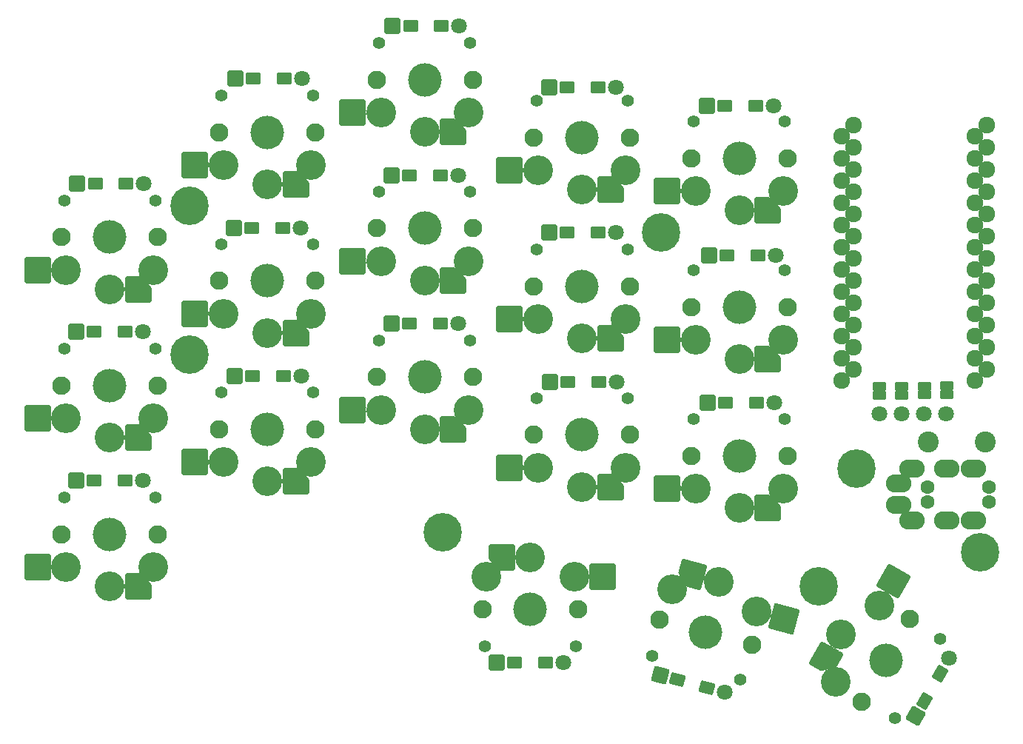
<source format=gbr>
G04 #@! TF.GenerationSoftware,KiCad,Pcbnew,(5.99.0-11177-g6c67dfa032)*
G04 #@! TF.CreationDate,2021-08-29T13:14:21+03:00*
G04 #@! TF.ProjectId,chocofi,63686f63-6f66-4692-9e6b-696361645f70,2.1*
G04 #@! TF.SameCoordinates,Original*
G04 #@! TF.FileFunction,Soldermask,Bot*
G04 #@! TF.FilePolarity,Negative*
%FSLAX46Y46*%
G04 Gerber Fmt 4.6, Leading zero omitted, Abs format (unit mm)*
G04 Created by KiCad (PCBNEW (5.99.0-11177-g6c67dfa032)) date 2021-08-29 13:14:21*
%MOMM*%
%LPD*%
G01*
G04 APERTURE LIST*
G04 Aperture macros list*
%AMRoundRect*
0 Rectangle with rounded corners*
0 $1 Rounding radius*
0 $2 $3 $4 $5 $6 $7 $8 $9 X,Y pos of 4 corners*
0 Add a 4 corners polygon primitive as box body*
4,1,4,$2,$3,$4,$5,$6,$7,$8,$9,$2,$3,0*
0 Add four circle primitives for the rounded corners*
1,1,$1+$1,$2,$3*
1,1,$1+$1,$4,$5*
1,1,$1+$1,$6,$7*
1,1,$1+$1,$8,$9*
0 Add four rect primitives between the rounded corners*
20,1,$1+$1,$2,$3,$4,$5,0*
20,1,$1+$1,$4,$5,$6,$7,0*
20,1,$1+$1,$6,$7,$8,$9,0*
20,1,$1+$1,$8,$9,$2,$3,0*%
%AMFreePoly0*
4,1,22,0.216777,1.480194,0.271421,1.441421,1.441421,0.271421,1.488777,0.196056,1.500000,0.130000,1.500000,-1.300000,1.480194,-1.386777,1.424698,-1.456366,1.344504,-1.494986,1.300000,-1.500000,-1.300000,-1.500000,-1.386777,-1.480194,-1.456366,-1.424698,-1.494986,-1.344504,-1.500000,-1.300000,-1.500000,1.300000,-1.480194,1.386777,-1.424698,1.456366,-1.344504,1.494986,-1.300000,1.500000,
0.130000,1.500000,0.216777,1.480194,0.216777,1.480194,$1*%
G04 Aperture macros list end*
%ADD10RoundRect,0.200000X-0.698500X-0.698500X0.698500X-0.698500X0.698500X0.698500X-0.698500X0.698500X0*%
%ADD11RoundRect,0.200000X-0.650000X-0.475000X0.650000X-0.475000X0.650000X0.475000X-0.650000X0.475000X0*%
%ADD12C,1.797000*%
%ADD13RoundRect,0.200000X-0.750791X-0.290582X0.504913X-0.627047X0.750791X0.290582X-0.504913X0.627047X0*%
%ADD14RoundRect,0.200000X-0.855484X-0.493914X0.493914X-0.855484X0.855484X0.493914X-0.493914X0.855484X0*%
%ADD15RoundRect,0.200000X0.255669X-0.954169X0.954169X0.255669X-0.255669X0.954169X-0.954169X-0.255669X0*%
%ADD16RoundRect,0.200000X0.086362X-0.800417X0.736362X0.325417X-0.086362X0.800417X-0.736362X-0.325417X0*%
%ADD17C,1.600000*%
%ADD18O,2.900000X2.100000*%
%ADD19C,2.101800*%
%ADD20C,3.829000*%
%ADD21C,3.400000*%
%ADD22C,1.390600*%
%ADD23FreePoly0,0.000000*%
%ADD24RoundRect,0.200000X-1.300000X-1.300000X1.300000X-1.300000X1.300000X1.300000X-1.300000X1.300000X0*%
%ADD25FreePoly0,180.000000*%
%ADD26RoundRect,0.200000X1.300000X1.300000X-1.300000X1.300000X-1.300000X-1.300000X1.300000X-1.300000X0*%
%ADD27FreePoly0,165.000000*%
%ADD28RoundRect,0.200000X1.592168X0.919239X-0.919239X1.592168X-1.592168X-0.919239X0.919239X-1.592168X0*%
%ADD29FreePoly0,240.000000*%
%ADD30RoundRect,0.200000X-0.475833X1.775833X-1.775833X-0.475833X0.475833X-1.775833X1.775833X0.475833X0*%
%ADD31C,1.924000*%
%ADD32C,2.400000*%
%ADD33C,4.400000*%
%ADD34RoundRect,0.200000X-0.571500X0.317500X-0.571500X-0.317500X0.571500X-0.317500X0.571500X0.317500X0*%
G04 APERTURE END LIST*
D10*
X82194400Y-64312800D03*
D11*
X84229400Y-64312800D03*
X87779400Y-64312800D03*
D12*
X89814400Y-64312800D03*
D10*
X100279200Y-52273200D03*
D11*
X102314200Y-52273200D03*
D12*
X107899200Y-52273200D03*
D11*
X105864200Y-52273200D03*
D10*
X118262400Y-46228000D03*
D11*
X120297400Y-46228000D03*
D12*
X125882400Y-46228000D03*
D11*
X123847400Y-46228000D03*
X138229800Y-53289200D03*
D10*
X136194800Y-53289200D03*
D11*
X141779800Y-53289200D03*
D12*
X143814800Y-53289200D03*
D10*
X154178000Y-55422800D03*
D11*
X156213000Y-55422800D03*
X159763000Y-55422800D03*
D12*
X161798000Y-55422800D03*
D10*
X82092800Y-81229200D03*
D11*
X84127800Y-81229200D03*
D12*
X89712800Y-81229200D03*
D11*
X87677800Y-81229200D03*
D10*
X100076000Y-69342000D03*
D11*
X102111000Y-69342000D03*
D12*
X107696000Y-69342000D03*
D11*
X105661000Y-69342000D03*
X120195800Y-63347600D03*
D10*
X118160800Y-63347600D03*
D11*
X123745800Y-63347600D03*
D12*
X125780800Y-63347600D03*
D11*
X138179000Y-69900800D03*
D10*
X136144000Y-69900800D03*
D12*
X143764000Y-69900800D03*
D11*
X141729000Y-69900800D03*
X156517800Y-72491600D03*
D10*
X154482800Y-72491600D03*
D11*
X160067800Y-72491600D03*
D12*
X162102800Y-72491600D03*
D10*
X82092800Y-98247200D03*
D11*
X84127800Y-98247200D03*
D12*
X89712800Y-98247200D03*
D11*
X87677800Y-98247200D03*
D10*
X100177600Y-86309200D03*
D11*
X102212600Y-86309200D03*
D12*
X107797600Y-86309200D03*
D11*
X105762600Y-86309200D03*
D10*
X118160800Y-80314800D03*
D11*
X120195800Y-80314800D03*
X123745800Y-80314800D03*
D12*
X125780800Y-80314800D03*
D10*
X136245600Y-86969600D03*
D11*
X138280600Y-86969600D03*
D12*
X143865600Y-86969600D03*
D11*
X141830600Y-86969600D03*
X156314600Y-89357200D03*
D10*
X154279600Y-89357200D03*
D11*
X159864600Y-89357200D03*
D12*
X161899600Y-89357200D03*
D11*
X132184600Y-119075200D03*
D10*
X130149600Y-119075200D03*
D11*
X135734600Y-119075200D03*
D12*
X137769600Y-119075200D03*
D13*
X150799764Y-121001192D03*
D14*
X148834105Y-120474495D03*
D12*
X156194459Y-122446697D03*
D13*
X154228800Y-121920000D03*
D15*
X178053166Y-125194992D03*
D16*
X179070666Y-123432630D03*
X180845666Y-120358240D03*
D12*
X181863166Y-118595878D03*
D17*
X186460000Y-98961000D03*
X179460000Y-98961000D03*
X186460000Y-100711000D03*
X179460000Y-100711000D03*
D18*
X176160000Y-101061000D03*
X176160000Y-98611000D03*
X184660000Y-102811000D03*
X184660000Y-96861000D03*
X181660000Y-96861000D03*
X181660000Y-102811000D03*
X177660000Y-96861000D03*
X177660000Y-102811000D03*
D19*
X91410000Y-70400000D03*
D20*
X85910000Y-70400000D03*
D21*
X80910000Y-74150000D03*
D22*
X91130000Y-66200000D03*
D21*
X85910000Y-76350000D03*
D22*
X80690000Y-66200000D03*
D19*
X80410000Y-70400000D03*
D21*
X90910000Y-74150000D03*
D23*
X89185000Y-76350000D03*
D24*
X77635000Y-74150000D03*
D22*
X98690000Y-54200000D03*
D19*
X109410000Y-58400000D03*
D21*
X103910000Y-64350000D03*
D22*
X109130000Y-54200000D03*
D21*
X98910000Y-62150000D03*
D20*
X103910000Y-58400000D03*
D21*
X108910000Y-62150000D03*
D19*
X98410000Y-58400000D03*
D23*
X107185000Y-64350000D03*
D24*
X95635000Y-62150000D03*
D20*
X121910000Y-52400000D03*
D19*
X116410000Y-52400000D03*
D22*
X127130000Y-48200000D03*
D21*
X121910000Y-58350000D03*
X116910000Y-56150000D03*
D22*
X116690000Y-48200000D03*
D19*
X127410000Y-52400000D03*
D21*
X126910000Y-56150000D03*
D23*
X125185000Y-58350000D03*
D24*
X113635000Y-56150000D03*
D19*
X145410000Y-59020000D03*
D21*
X134910000Y-62770000D03*
X139910000Y-64970000D03*
D22*
X134690000Y-54820000D03*
D20*
X139910000Y-59020000D03*
D22*
X145130000Y-54820000D03*
D19*
X134410000Y-59020000D03*
D21*
X144910000Y-62770000D03*
D23*
X143185000Y-64970000D03*
D24*
X131635000Y-62770000D03*
D21*
X152910000Y-65150000D03*
X157910000Y-67350000D03*
D22*
X152690000Y-57200000D03*
D20*
X157910000Y-61400000D03*
D19*
X152410000Y-61400000D03*
X163410000Y-61400000D03*
D21*
X162910000Y-65150000D03*
D22*
X163130000Y-57200000D03*
D23*
X161185000Y-67350000D03*
D24*
X149635000Y-65150000D03*
D21*
X90910000Y-91150000D03*
D19*
X91410000Y-87400000D03*
X80410000Y-87400000D03*
D21*
X80910000Y-91150000D03*
D22*
X80690000Y-83200000D03*
D21*
X85910000Y-93350000D03*
D22*
X91130000Y-83200000D03*
D20*
X85910000Y-87400000D03*
D23*
X89185000Y-93350000D03*
D24*
X77635000Y-91150000D03*
D19*
X98410000Y-75400000D03*
D22*
X109130000Y-71200000D03*
D20*
X103910000Y-75400000D03*
D19*
X109410000Y-75400000D03*
D21*
X108910000Y-79150000D03*
X98910000Y-79150000D03*
X103910000Y-81350000D03*
D22*
X98690000Y-71200000D03*
D23*
X107185000Y-81350000D03*
D24*
X95635000Y-79150000D03*
D21*
X121910000Y-75350000D03*
D19*
X116410000Y-69400000D03*
D22*
X127130000Y-65200000D03*
D19*
X127410000Y-69400000D03*
D22*
X116690000Y-65200000D03*
D20*
X121910000Y-69400000D03*
D21*
X116910000Y-73150000D03*
X126910000Y-73150000D03*
D23*
X125185000Y-75350000D03*
D24*
X113635000Y-73150000D03*
D21*
X134910000Y-79770000D03*
D22*
X134690000Y-71820000D03*
D21*
X144910000Y-79770000D03*
X139910000Y-81970000D03*
D19*
X134410000Y-76020000D03*
D20*
X139910000Y-76020000D03*
D19*
X145410000Y-76020000D03*
D22*
X145130000Y-71820000D03*
D23*
X143185000Y-81970000D03*
D24*
X131635000Y-79770000D03*
D19*
X163410000Y-78400000D03*
D21*
X162910000Y-82150000D03*
D19*
X152410000Y-78400000D03*
D22*
X152690000Y-74200000D03*
X163130000Y-74200000D03*
D21*
X157910000Y-84350000D03*
D20*
X157910000Y-78400000D03*
D21*
X152910000Y-82150000D03*
D23*
X161185000Y-84350000D03*
D24*
X149635000Y-82150000D03*
D22*
X91130000Y-100200000D03*
X80690000Y-100200000D03*
D21*
X90910000Y-108150000D03*
D19*
X91410000Y-104400000D03*
X80410000Y-104400000D03*
D20*
X85910000Y-104400000D03*
D21*
X80910000Y-108150000D03*
X85910000Y-110350000D03*
D23*
X89185000Y-110350000D03*
D24*
X77635000Y-108150000D03*
D21*
X103910000Y-98350000D03*
X98910000Y-96150000D03*
D22*
X98690000Y-88200000D03*
D19*
X109410000Y-92400000D03*
D21*
X108910000Y-96150000D03*
D19*
X98410000Y-92400000D03*
D22*
X109130000Y-88200000D03*
D20*
X103910000Y-92400000D03*
D23*
X107185000Y-98350000D03*
D24*
X95635000Y-96150000D03*
D20*
X121910000Y-86400000D03*
D21*
X116910000Y-90150000D03*
D22*
X116690000Y-82200000D03*
D21*
X126910000Y-90150000D03*
D19*
X127410000Y-86400000D03*
D22*
X127130000Y-82200000D03*
D19*
X116410000Y-86400000D03*
D21*
X121910000Y-92350000D03*
D23*
X125185000Y-92350000D03*
D24*
X113635000Y-90150000D03*
D22*
X145130000Y-88825000D03*
X134690000Y-88825000D03*
D19*
X134410000Y-93025000D03*
D21*
X139910000Y-98975000D03*
D19*
X145410000Y-93025000D03*
D21*
X134910000Y-96775000D03*
D20*
X139910000Y-93025000D03*
D21*
X144910000Y-96775000D03*
D23*
X143185000Y-98975000D03*
D24*
X131635000Y-96775000D03*
D21*
X157910000Y-101350000D03*
D20*
X157910000Y-95400000D03*
D19*
X163410000Y-95400000D03*
D21*
X152910000Y-99150000D03*
D22*
X152690000Y-91200000D03*
D21*
X162910000Y-99150000D03*
D19*
X152410000Y-95400000D03*
D22*
X163130000Y-91200000D03*
D23*
X161185000Y-101350000D03*
D24*
X149635000Y-99150000D03*
D22*
X139230000Y-117190000D03*
D21*
X134010000Y-107040000D03*
D19*
X128510000Y-112990000D03*
D21*
X139010000Y-109240000D03*
D20*
X134010000Y-112990000D03*
D19*
X139510000Y-112990000D03*
D21*
X129010000Y-109240000D03*
D22*
X128790000Y-117190000D03*
D25*
X130735000Y-107040000D03*
D26*
X142285000Y-109240000D03*
D22*
X158015093Y-120987924D03*
D21*
X155599973Y-109832741D03*
X150200942Y-110663683D03*
D20*
X154060000Y-115580000D03*
D21*
X159860201Y-113251873D03*
D19*
X148747408Y-114156495D03*
D22*
X147930827Y-118285853D03*
D19*
X159372592Y-117003505D03*
D27*
X152436566Y-108985109D03*
D28*
X163023608Y-114099506D03*
D21*
X173912405Y-112584873D03*
X169507149Y-115815000D03*
D22*
X180907307Y-116369347D03*
D19*
X171910000Y-123553140D03*
X177410000Y-114026860D03*
D21*
X168912405Y-121245127D03*
D20*
X174660000Y-118790000D03*
D22*
X175687307Y-125410653D03*
D29*
X167869649Y-118651233D03*
D30*
X175549905Y-109748640D03*
D31*
X169620000Y-58870400D03*
X186166400Y-57600400D03*
X186166400Y-60140400D03*
X169620000Y-61410400D03*
X186166400Y-62680400D03*
X169620000Y-63950400D03*
X186166400Y-65220400D03*
X169620000Y-66490400D03*
X169620000Y-69030400D03*
X186166400Y-67760400D03*
X169620000Y-71570400D03*
X186166400Y-70300400D03*
X169620000Y-74110400D03*
X186166400Y-72840400D03*
X169620000Y-76650400D03*
X186166400Y-75380400D03*
X186166400Y-77920400D03*
X169620000Y-79190400D03*
X186166400Y-80460400D03*
X169620000Y-81730400D03*
X186166400Y-83000400D03*
X169620000Y-84270400D03*
X186166400Y-85540400D03*
X169620000Y-86810400D03*
X170946400Y-85540400D03*
X184860000Y-86810400D03*
X170946400Y-83000400D03*
X184860000Y-84270400D03*
X184860000Y-81730400D03*
X170946400Y-80460400D03*
X184860000Y-79190400D03*
X170946400Y-77920400D03*
X184860000Y-76650400D03*
X170946400Y-75380400D03*
X184860000Y-74110400D03*
X170946400Y-72840400D03*
X184860000Y-71570400D03*
X170946400Y-70300400D03*
X170946400Y-67760400D03*
X184860000Y-69030400D03*
X184860000Y-66490400D03*
X170946400Y-65220400D03*
X184860000Y-63950400D03*
X170946400Y-62680400D03*
X170946400Y-60140400D03*
X184860000Y-61410400D03*
X184860000Y-58870400D03*
X170946400Y-57600400D03*
D12*
X173930000Y-90608400D03*
X176470000Y-90608400D03*
X179010000Y-90608400D03*
X181550000Y-90608400D03*
D32*
X186003000Y-93853000D03*
X179503000Y-93853000D03*
D33*
X171323000Y-96901000D03*
X185420000Y-106426000D03*
X95000000Y-66802000D03*
X148971000Y-69850000D03*
X123952000Y-104140000D03*
X167005000Y-110363000D03*
X95000000Y-83820000D03*
D34*
X176480000Y-87478020D03*
X176480000Y-88478780D03*
X173930000Y-87507620D03*
X173930000Y-88508380D03*
X181640000Y-87428020D03*
X181640000Y-88428780D03*
X179060000Y-87448020D03*
X179060000Y-88448780D03*
G36*
X165999078Y-119301000D02*
G01*
X167304258Y-120054546D01*
X167866445Y-119903908D01*
X167868377Y-119904426D01*
X167868895Y-119906358D01*
X167868295Y-119907332D01*
X167711865Y-120046951D01*
X167709907Y-120047358D01*
X167708575Y-120045866D01*
X167708732Y-120044590D01*
X167724842Y-120011193D01*
X167712771Y-119976629D01*
X167679560Y-119960609D01*
X167664511Y-119962158D01*
X167304492Y-120058625D01*
X167302974Y-120058425D01*
X165997083Y-119304468D01*
X165996834Y-119304298D01*
X165996829Y-119304294D01*
X165996101Y-119302431D01*
X165997350Y-119300869D01*
X165999078Y-119301000D01*
G37*
G36*
X167220013Y-116778934D02*
G01*
X167219882Y-116780662D01*
X165924804Y-119023803D01*
X165923072Y-119024803D01*
X165921340Y-119023803D01*
X165921215Y-119022060D01*
X165921217Y-119022055D01*
X165921342Y-119021798D01*
X167216414Y-116778667D01*
X167216584Y-116778418D01*
X167216588Y-116778413D01*
X167218451Y-116777685D01*
X167220013Y-116778934D01*
G37*
G36*
X167498827Y-116702801D02*
G01*
X167499084Y-116702926D01*
X168378164Y-117210463D01*
X168414888Y-117215298D01*
X168443933Y-117193010D01*
X168448720Y-117156651D01*
X168430657Y-117130245D01*
X168430505Y-117128251D01*
X168432155Y-117127122D01*
X168433491Y-117127503D01*
X168607351Y-117254983D01*
X168830077Y-117372164D01*
X168895712Y-117395084D01*
X168897018Y-117396599D01*
X168896359Y-117398487D01*
X168895166Y-117398969D01*
X168858147Y-117401072D01*
X168833769Y-117428386D01*
X168835851Y-117465045D01*
X168855192Y-117485875D01*
X169742215Y-117997998D01*
X169742464Y-117998168D01*
X169742469Y-117998172D01*
X169743197Y-118000035D01*
X169741948Y-118001597D01*
X169740220Y-118001466D01*
X167497079Y-116706388D01*
X167496079Y-116704656D01*
X167497079Y-116702924D01*
X167498822Y-116702799D01*
X167498827Y-116702801D01*
G37*
G36*
X163886847Y-115881653D02*
G01*
X163888261Y-115883067D01*
X163887743Y-115884999D01*
X163886329Y-115885585D01*
X163886325Y-115885585D01*
X163885807Y-115885517D01*
X161383918Y-115215138D01*
X161383542Y-115214995D01*
X161383540Y-115214994D01*
X161382438Y-115213325D01*
X161383332Y-115211536D01*
X161384952Y-115211273D01*
X163886847Y-115881653D01*
G37*
G36*
X161658024Y-113404242D02*
G01*
X161658542Y-113406174D01*
X161353373Y-114545081D01*
X161351959Y-114546495D01*
X161350027Y-114545977D01*
X161349509Y-114544045D01*
X161504064Y-113967235D01*
X161499229Y-113930511D01*
X161470184Y-113908224D01*
X161433793Y-113913015D01*
X161414000Y-113934902D01*
X161412097Y-113935516D01*
X161410614Y-113934175D01*
X161410693Y-113932740D01*
X161455794Y-113832620D01*
X161524108Y-113590397D01*
X161543919Y-113434667D01*
X161545130Y-113433075D01*
X161547114Y-113433327D01*
X161547833Y-113434393D01*
X161557586Y-113470169D01*
X161589370Y-113488334D01*
X161624768Y-113478684D01*
X161641856Y-113452990D01*
X161654678Y-113405138D01*
X161656092Y-113403724D01*
X161658024Y-113404242D01*
G37*
G36*
X162161409Y-112313495D02*
G01*
X164663298Y-112983874D01*
X164663674Y-112984017D01*
X164663676Y-112984018D01*
X164664778Y-112985687D01*
X164663884Y-112987476D01*
X164662264Y-112987739D01*
X162160369Y-112317359D01*
X162158955Y-112315945D01*
X162159473Y-112314013D01*
X162160887Y-112313427D01*
X162160891Y-112313427D01*
X162161409Y-112313495D01*
G37*
G36*
X175050687Y-111190158D02*
G01*
X175051687Y-111191890D01*
X175050687Y-111193622D01*
X175049426Y-111193873D01*
X175012308Y-111188986D01*
X174983263Y-111211273D01*
X174978467Y-111247702D01*
X174991888Y-111270150D01*
X174991918Y-111272149D01*
X174990202Y-111273176D01*
X174988801Y-111272633D01*
X174980987Y-111265283D01*
X174774206Y-111121833D01*
X174548484Y-111010519D01*
X174516711Y-111000349D01*
X174515367Y-110998868D01*
X174515976Y-110996964D01*
X174517155Y-110996451D01*
X174554106Y-110993381D01*
X174577761Y-110965439D01*
X174574719Y-110928832D01*
X174555954Y-110909143D01*
X174528360Y-110893211D01*
X174527360Y-110891479D01*
X174528360Y-110889747D01*
X174530360Y-110889747D01*
X175050687Y-111190158D01*
G37*
G36*
X87686442Y-110064422D02*
G01*
X87687000Y-110065808D01*
X87687000Y-110619236D01*
X87686000Y-110620968D01*
X87684000Y-110620968D01*
X87683152Y-110620001D01*
X87668825Y-110585412D01*
X87635001Y-110571402D01*
X87601110Y-110585440D01*
X87587385Y-110613426D01*
X87585724Y-110614540D01*
X87583929Y-110613660D01*
X87583605Y-110612293D01*
X87605674Y-110438816D01*
X87607998Y-110350056D01*
X87589343Y-110099019D01*
X87584491Y-110077577D01*
X87585084Y-110075667D01*
X87587035Y-110075226D01*
X87588075Y-110075982D01*
X87609476Y-110106263D01*
X87645559Y-110112463D01*
X87675561Y-110091259D01*
X87683079Y-110065253D01*
X87684520Y-110063866D01*
X87686442Y-110064422D01*
G37*
G36*
X154222059Y-108120973D02*
G01*
X154222645Y-108122387D01*
X154222645Y-108122393D01*
X154222577Y-108122911D01*
X153956475Y-109116018D01*
X153961310Y-109152742D01*
X153990355Y-109175029D01*
X154026730Y-109170240D01*
X154047058Y-109147161D01*
X154048953Y-109146522D01*
X154050454Y-109147844D01*
X154050403Y-109149256D01*
X153989724Y-109293959D01*
X153927775Y-109537884D01*
X153916764Y-109647239D01*
X153915595Y-109648863D01*
X153913606Y-109648662D01*
X153912859Y-109647615D01*
X153902173Y-109612107D01*
X153869921Y-109594779D01*
X153834776Y-109605356D01*
X153818515Y-109630517D01*
X153816735Y-109631428D01*
X153815055Y-109630343D01*
X153814903Y-109628913D01*
X154218713Y-108121869D01*
X154220127Y-108120455D01*
X154222059Y-108120973D01*
G37*
G36*
X140786442Y-108954422D02*
G01*
X140787000Y-108955808D01*
X140787000Y-109509236D01*
X140786000Y-109510968D01*
X140784000Y-109510968D01*
X140783152Y-109510001D01*
X140768825Y-109475412D01*
X140735001Y-109461402D01*
X140701110Y-109475440D01*
X140687385Y-109503426D01*
X140685724Y-109504540D01*
X140683929Y-109503660D01*
X140683605Y-109502293D01*
X140705674Y-109328816D01*
X140707998Y-109240056D01*
X140689343Y-108989019D01*
X140684491Y-108967577D01*
X140685084Y-108965667D01*
X140687035Y-108965226D01*
X140688075Y-108965982D01*
X140709476Y-108996263D01*
X140745559Y-109002463D01*
X140775561Y-108981259D01*
X140783079Y-108955253D01*
X140784520Y-108953866D01*
X140786442Y-108954422D01*
G37*
G36*
X150941655Y-108772501D02*
G01*
X150942173Y-108774433D01*
X150934736Y-108802188D01*
X151228497Y-109310996D01*
X151228497Y-109312996D01*
X151226765Y-109313996D01*
X151225625Y-109313639D01*
X151062743Y-109200643D01*
X151052146Y-109195418D01*
X151051035Y-109193755D01*
X151051920Y-109191961D01*
X151053162Y-109191628D01*
X151090160Y-109194053D01*
X151117685Y-109169913D01*
X151120101Y-109133055D01*
X151116300Y-109124668D01*
X150930857Y-108803471D01*
X150930657Y-108801953D01*
X150938309Y-108773397D01*
X150939723Y-108771983D01*
X150941655Y-108772501D01*
G37*
G36*
X79136848Y-107861122D02*
G01*
X79151175Y-107895711D01*
X79184999Y-107909721D01*
X79218877Y-107895689D01*
X79232765Y-107866406D01*
X79234411Y-107865270D01*
X79236218Y-107866127D01*
X79236562Y-107867463D01*
X79212588Y-108105550D01*
X79224663Y-108356933D01*
X79235800Y-108412926D01*
X79235157Y-108414820D01*
X79233195Y-108415210D01*
X79232175Y-108414427D01*
X79211575Y-108383594D01*
X79175667Y-108376452D01*
X79145132Y-108396854D01*
X79136914Y-108423948D01*
X79135454Y-108425315D01*
X79133540Y-108424734D01*
X79133000Y-108423367D01*
X79133000Y-107861887D01*
X79134000Y-107860155D01*
X79136000Y-107860155D01*
X79136848Y-107861122D01*
G37*
G36*
X132236848Y-106751122D02*
G01*
X132251175Y-106785711D01*
X132284999Y-106799721D01*
X132318877Y-106785689D01*
X132332765Y-106756406D01*
X132334411Y-106755270D01*
X132336218Y-106756127D01*
X132336562Y-106757463D01*
X132312588Y-106995550D01*
X132324663Y-107246933D01*
X132335800Y-107302926D01*
X132335157Y-107304820D01*
X132333195Y-107305210D01*
X132332175Y-107304427D01*
X132311575Y-107273594D01*
X132275667Y-107266452D01*
X132245132Y-107286854D01*
X132236914Y-107313948D01*
X132235454Y-107315315D01*
X132233540Y-107314734D01*
X132233000Y-107313367D01*
X132233000Y-106751887D01*
X132234000Y-106750155D01*
X132236000Y-106750155D01*
X132236848Y-106751122D01*
G37*
G36*
X159686442Y-101064422D02*
G01*
X159687000Y-101065808D01*
X159687000Y-101619236D01*
X159686000Y-101620968D01*
X159684000Y-101620968D01*
X159683152Y-101620001D01*
X159668825Y-101585412D01*
X159635001Y-101571402D01*
X159601110Y-101585440D01*
X159587385Y-101613426D01*
X159585724Y-101614540D01*
X159583929Y-101613660D01*
X159583605Y-101612293D01*
X159605674Y-101438816D01*
X159607998Y-101350056D01*
X159589343Y-101099019D01*
X159584491Y-101077577D01*
X159585084Y-101075667D01*
X159587035Y-101075226D01*
X159588075Y-101075982D01*
X159609476Y-101106263D01*
X159645559Y-101112463D01*
X159675561Y-101091259D01*
X159683079Y-101065253D01*
X159684520Y-101063866D01*
X159686442Y-101064422D01*
G37*
G36*
X151136848Y-98861122D02*
G01*
X151151175Y-98895711D01*
X151184999Y-98909721D01*
X151218877Y-98895689D01*
X151232765Y-98866406D01*
X151234411Y-98865270D01*
X151236218Y-98866127D01*
X151236562Y-98867463D01*
X151212588Y-99105550D01*
X151224663Y-99356933D01*
X151235800Y-99412926D01*
X151235157Y-99414820D01*
X151233195Y-99415210D01*
X151232175Y-99414427D01*
X151211575Y-99383594D01*
X151175667Y-99376452D01*
X151145132Y-99396854D01*
X151136914Y-99423948D01*
X151135454Y-99425315D01*
X151133540Y-99424734D01*
X151133000Y-99423367D01*
X151133000Y-98861887D01*
X151134000Y-98860155D01*
X151136000Y-98860155D01*
X151136848Y-98861122D01*
G37*
G36*
X141686442Y-98689422D02*
G01*
X141687000Y-98690808D01*
X141687000Y-99244236D01*
X141686000Y-99245968D01*
X141684000Y-99245968D01*
X141683152Y-99245001D01*
X141668825Y-99210412D01*
X141635001Y-99196402D01*
X141601110Y-99210440D01*
X141587385Y-99238426D01*
X141585724Y-99239540D01*
X141583929Y-99238660D01*
X141583605Y-99237293D01*
X141605674Y-99063816D01*
X141607998Y-98975056D01*
X141589343Y-98724019D01*
X141584491Y-98702577D01*
X141585084Y-98700667D01*
X141587035Y-98700226D01*
X141588075Y-98700982D01*
X141609476Y-98731263D01*
X141645559Y-98737463D01*
X141675561Y-98716259D01*
X141683079Y-98690253D01*
X141684520Y-98688866D01*
X141686442Y-98689422D01*
G37*
G36*
X105686442Y-98064422D02*
G01*
X105687000Y-98065808D01*
X105687000Y-98619236D01*
X105686000Y-98620968D01*
X105684000Y-98620968D01*
X105683152Y-98620001D01*
X105668825Y-98585412D01*
X105635001Y-98571402D01*
X105601110Y-98585440D01*
X105587385Y-98613426D01*
X105585724Y-98614540D01*
X105583929Y-98613660D01*
X105583605Y-98612293D01*
X105605674Y-98438816D01*
X105607998Y-98350056D01*
X105589343Y-98099019D01*
X105584491Y-98077577D01*
X105585084Y-98075667D01*
X105587035Y-98075226D01*
X105588075Y-98075982D01*
X105609476Y-98106263D01*
X105645559Y-98112463D01*
X105675561Y-98091259D01*
X105683079Y-98065253D01*
X105684520Y-98063866D01*
X105686442Y-98064422D01*
G37*
G36*
X133136848Y-96486122D02*
G01*
X133151175Y-96520711D01*
X133184999Y-96534721D01*
X133218877Y-96520689D01*
X133232765Y-96491406D01*
X133234411Y-96490270D01*
X133236218Y-96491127D01*
X133236562Y-96492463D01*
X133212588Y-96730550D01*
X133224663Y-96981933D01*
X133235800Y-97037926D01*
X133235157Y-97039820D01*
X133233195Y-97040210D01*
X133232175Y-97039427D01*
X133211575Y-97008594D01*
X133175667Y-97001452D01*
X133145132Y-97021854D01*
X133136914Y-97048948D01*
X133135454Y-97050315D01*
X133133540Y-97049734D01*
X133133000Y-97048367D01*
X133133000Y-96486887D01*
X133134000Y-96485155D01*
X133136000Y-96485155D01*
X133136848Y-96486122D01*
G37*
G36*
X97136848Y-95861122D02*
G01*
X97151175Y-95895711D01*
X97184999Y-95909721D01*
X97218877Y-95895689D01*
X97232765Y-95866406D01*
X97234411Y-95865270D01*
X97236218Y-95866127D01*
X97236562Y-95867463D01*
X97212588Y-96105550D01*
X97224663Y-96356933D01*
X97235800Y-96412926D01*
X97235157Y-96414820D01*
X97233195Y-96415210D01*
X97232175Y-96414427D01*
X97211575Y-96383594D01*
X97175667Y-96376452D01*
X97145132Y-96396854D01*
X97136914Y-96423948D01*
X97135454Y-96425315D01*
X97133540Y-96424734D01*
X97133000Y-96423367D01*
X97133000Y-95861887D01*
X97134000Y-95860155D01*
X97136000Y-95860155D01*
X97136848Y-95861122D01*
G37*
G36*
X87686442Y-93064422D02*
G01*
X87687000Y-93065808D01*
X87687000Y-93619236D01*
X87686000Y-93620968D01*
X87684000Y-93620968D01*
X87683152Y-93620001D01*
X87668825Y-93585412D01*
X87635001Y-93571402D01*
X87601110Y-93585440D01*
X87587385Y-93613426D01*
X87585724Y-93614540D01*
X87583929Y-93613660D01*
X87583605Y-93612293D01*
X87605674Y-93438816D01*
X87607998Y-93350056D01*
X87589343Y-93099019D01*
X87584491Y-93077577D01*
X87585084Y-93075667D01*
X87587035Y-93075226D01*
X87588075Y-93075982D01*
X87609476Y-93106263D01*
X87645559Y-93112463D01*
X87675561Y-93091259D01*
X87683079Y-93065253D01*
X87684520Y-93063866D01*
X87686442Y-93064422D01*
G37*
G36*
X123686442Y-92064422D02*
G01*
X123687000Y-92065808D01*
X123687000Y-92619236D01*
X123686000Y-92620968D01*
X123684000Y-92620968D01*
X123683152Y-92620001D01*
X123668825Y-92585412D01*
X123635001Y-92571402D01*
X123601110Y-92585440D01*
X123587385Y-92613426D01*
X123585724Y-92614540D01*
X123583929Y-92613660D01*
X123583605Y-92612293D01*
X123605674Y-92438816D01*
X123607998Y-92350056D01*
X123589343Y-92099019D01*
X123584491Y-92077577D01*
X123585084Y-92075667D01*
X123587035Y-92075226D01*
X123588075Y-92075982D01*
X123609476Y-92106263D01*
X123645559Y-92112463D01*
X123675561Y-92091259D01*
X123683079Y-92065253D01*
X123684520Y-92063866D01*
X123686442Y-92064422D01*
G37*
G36*
X79136848Y-90861122D02*
G01*
X79151175Y-90895711D01*
X79184999Y-90909721D01*
X79218877Y-90895689D01*
X79232765Y-90866406D01*
X79234411Y-90865270D01*
X79236218Y-90866127D01*
X79236562Y-90867463D01*
X79212588Y-91105550D01*
X79224663Y-91356933D01*
X79235800Y-91412926D01*
X79235157Y-91414820D01*
X79233195Y-91415210D01*
X79232175Y-91414427D01*
X79211575Y-91383594D01*
X79175667Y-91376452D01*
X79145132Y-91396854D01*
X79136914Y-91423948D01*
X79135454Y-91425315D01*
X79133540Y-91424734D01*
X79133000Y-91423367D01*
X79133000Y-90861887D01*
X79134000Y-90860155D01*
X79136000Y-90860155D01*
X79136848Y-90861122D01*
G37*
G36*
X115136848Y-89861122D02*
G01*
X115151175Y-89895711D01*
X115184999Y-89909721D01*
X115218877Y-89895689D01*
X115232765Y-89866406D01*
X115234411Y-89865270D01*
X115236218Y-89866127D01*
X115236562Y-89867463D01*
X115212588Y-90105550D01*
X115224663Y-90356933D01*
X115235800Y-90412926D01*
X115235157Y-90414820D01*
X115233195Y-90415210D01*
X115232175Y-90414427D01*
X115211575Y-90383594D01*
X115175667Y-90376452D01*
X115145132Y-90396854D01*
X115136914Y-90423948D01*
X115135454Y-90425315D01*
X115133540Y-90424734D01*
X115133000Y-90423367D01*
X115133000Y-89861887D01*
X115134000Y-89860155D01*
X115136000Y-89860155D01*
X115136848Y-89861122D01*
G37*
G36*
X159686442Y-84064422D02*
G01*
X159687000Y-84065808D01*
X159687000Y-84619236D01*
X159686000Y-84620968D01*
X159684000Y-84620968D01*
X159683152Y-84620001D01*
X159668825Y-84585412D01*
X159635001Y-84571402D01*
X159601110Y-84585440D01*
X159587385Y-84613426D01*
X159585724Y-84614540D01*
X159583929Y-84613660D01*
X159583605Y-84612293D01*
X159605674Y-84438816D01*
X159607998Y-84350056D01*
X159589343Y-84099019D01*
X159584491Y-84077577D01*
X159585084Y-84075667D01*
X159587035Y-84075226D01*
X159588075Y-84075982D01*
X159609476Y-84106263D01*
X159645559Y-84112463D01*
X159675561Y-84091259D01*
X159683079Y-84065253D01*
X159684520Y-84063866D01*
X159686442Y-84064422D01*
G37*
G36*
X151136848Y-81861122D02*
G01*
X151151175Y-81895711D01*
X151184999Y-81909721D01*
X151218877Y-81895689D01*
X151232765Y-81866406D01*
X151234411Y-81865270D01*
X151236218Y-81866127D01*
X151236562Y-81867463D01*
X151212588Y-82105550D01*
X151224663Y-82356933D01*
X151235800Y-82412926D01*
X151235157Y-82414820D01*
X151233195Y-82415210D01*
X151232175Y-82414427D01*
X151211575Y-82383594D01*
X151175667Y-82376452D01*
X151145132Y-82396854D01*
X151136914Y-82423948D01*
X151135454Y-82425315D01*
X151133540Y-82424734D01*
X151133000Y-82423367D01*
X151133000Y-81861887D01*
X151134000Y-81860155D01*
X151136000Y-81860155D01*
X151136848Y-81861122D01*
G37*
G36*
X141686442Y-81684422D02*
G01*
X141687000Y-81685808D01*
X141687000Y-82239236D01*
X141686000Y-82240968D01*
X141684000Y-82240968D01*
X141683152Y-82240001D01*
X141668825Y-82205412D01*
X141635001Y-82191402D01*
X141601110Y-82205440D01*
X141587385Y-82233426D01*
X141585724Y-82234540D01*
X141583929Y-82233660D01*
X141583605Y-82232293D01*
X141605674Y-82058816D01*
X141607998Y-81970056D01*
X141589343Y-81719019D01*
X141584491Y-81697577D01*
X141585084Y-81695667D01*
X141587035Y-81695226D01*
X141588075Y-81695982D01*
X141609476Y-81726263D01*
X141645559Y-81732463D01*
X141675561Y-81711259D01*
X141683079Y-81685253D01*
X141684520Y-81683866D01*
X141686442Y-81684422D01*
G37*
G36*
X105686442Y-81064422D02*
G01*
X105687000Y-81065808D01*
X105687000Y-81619236D01*
X105686000Y-81620968D01*
X105684000Y-81620968D01*
X105683152Y-81620001D01*
X105668825Y-81585412D01*
X105635001Y-81571402D01*
X105601110Y-81585440D01*
X105587385Y-81613426D01*
X105585724Y-81614540D01*
X105583929Y-81613660D01*
X105583605Y-81612293D01*
X105605674Y-81438816D01*
X105607998Y-81350056D01*
X105589343Y-81099019D01*
X105584491Y-81077577D01*
X105585084Y-81075667D01*
X105587035Y-81075226D01*
X105588075Y-81075982D01*
X105609476Y-81106263D01*
X105645559Y-81112463D01*
X105675561Y-81091259D01*
X105683079Y-81065253D01*
X105684520Y-81063866D01*
X105686442Y-81064422D01*
G37*
G36*
X133136848Y-79481122D02*
G01*
X133151175Y-79515711D01*
X133184999Y-79529721D01*
X133218877Y-79515689D01*
X133232765Y-79486406D01*
X133234411Y-79485270D01*
X133236218Y-79486127D01*
X133236562Y-79487463D01*
X133212588Y-79725550D01*
X133224663Y-79976933D01*
X133235800Y-80032926D01*
X133235157Y-80034820D01*
X133233195Y-80035210D01*
X133232175Y-80034427D01*
X133211575Y-80003594D01*
X133175667Y-79996452D01*
X133145132Y-80016854D01*
X133136914Y-80043948D01*
X133135454Y-80045315D01*
X133133540Y-80044734D01*
X133133000Y-80043367D01*
X133133000Y-79481887D01*
X133134000Y-79480155D01*
X133136000Y-79480155D01*
X133136848Y-79481122D01*
G37*
G36*
X97136848Y-78861122D02*
G01*
X97151175Y-78895711D01*
X97184999Y-78909721D01*
X97218877Y-78895689D01*
X97232765Y-78866406D01*
X97234411Y-78865270D01*
X97236218Y-78866127D01*
X97236562Y-78867463D01*
X97212588Y-79105550D01*
X97224663Y-79356933D01*
X97235800Y-79412926D01*
X97235157Y-79414820D01*
X97233195Y-79415210D01*
X97232175Y-79414427D01*
X97211575Y-79383594D01*
X97175667Y-79376452D01*
X97145132Y-79396854D01*
X97136914Y-79423948D01*
X97135454Y-79425315D01*
X97133540Y-79424734D01*
X97133000Y-79423367D01*
X97133000Y-78861887D01*
X97134000Y-78860155D01*
X97136000Y-78860155D01*
X97136848Y-78861122D01*
G37*
G36*
X87686442Y-76064422D02*
G01*
X87687000Y-76065808D01*
X87687000Y-76619236D01*
X87686000Y-76620968D01*
X87684000Y-76620968D01*
X87683152Y-76620001D01*
X87668825Y-76585412D01*
X87635001Y-76571402D01*
X87601110Y-76585440D01*
X87587385Y-76613426D01*
X87585724Y-76614540D01*
X87583929Y-76613660D01*
X87583605Y-76612293D01*
X87605674Y-76438816D01*
X87607998Y-76350056D01*
X87589343Y-76099019D01*
X87584491Y-76077577D01*
X87585084Y-76075667D01*
X87587035Y-76075226D01*
X87588075Y-76075982D01*
X87609476Y-76106263D01*
X87645559Y-76112463D01*
X87675561Y-76091259D01*
X87683079Y-76065253D01*
X87684520Y-76063866D01*
X87686442Y-76064422D01*
G37*
G36*
X123686442Y-75064422D02*
G01*
X123687000Y-75065808D01*
X123687000Y-75619236D01*
X123686000Y-75620968D01*
X123684000Y-75620968D01*
X123683152Y-75620001D01*
X123668825Y-75585412D01*
X123635001Y-75571402D01*
X123601110Y-75585440D01*
X123587385Y-75613426D01*
X123585724Y-75614540D01*
X123583929Y-75613660D01*
X123583605Y-75612293D01*
X123605674Y-75438816D01*
X123607998Y-75350056D01*
X123589343Y-75099019D01*
X123584491Y-75077577D01*
X123585084Y-75075667D01*
X123587035Y-75075226D01*
X123588075Y-75075982D01*
X123609476Y-75106263D01*
X123645559Y-75112463D01*
X123675561Y-75091259D01*
X123683079Y-75065253D01*
X123684520Y-75063866D01*
X123686442Y-75064422D01*
G37*
G36*
X79136848Y-73861122D02*
G01*
X79151175Y-73895711D01*
X79184999Y-73909721D01*
X79218877Y-73895689D01*
X79232765Y-73866406D01*
X79234411Y-73865270D01*
X79236218Y-73866127D01*
X79236562Y-73867463D01*
X79212588Y-74105550D01*
X79224663Y-74356933D01*
X79235800Y-74412926D01*
X79235157Y-74414820D01*
X79233195Y-74415210D01*
X79232175Y-74414427D01*
X79211575Y-74383594D01*
X79175667Y-74376452D01*
X79145132Y-74396854D01*
X79136914Y-74423948D01*
X79135454Y-74425315D01*
X79133540Y-74424734D01*
X79133000Y-74423367D01*
X79133000Y-73861887D01*
X79134000Y-73860155D01*
X79136000Y-73860155D01*
X79136848Y-73861122D01*
G37*
G36*
X115136848Y-72861122D02*
G01*
X115151175Y-72895711D01*
X115184999Y-72909721D01*
X115218877Y-72895689D01*
X115232765Y-72866406D01*
X115234411Y-72865270D01*
X115236218Y-72866127D01*
X115236562Y-72867463D01*
X115212588Y-73105550D01*
X115224663Y-73356933D01*
X115235800Y-73412926D01*
X115235157Y-73414820D01*
X115233195Y-73415210D01*
X115232175Y-73414427D01*
X115211575Y-73383594D01*
X115175667Y-73376452D01*
X115145132Y-73396854D01*
X115136914Y-73423948D01*
X115135454Y-73425315D01*
X115133540Y-73424734D01*
X115133000Y-73423367D01*
X115133000Y-72861887D01*
X115134000Y-72860155D01*
X115136000Y-72860155D01*
X115136848Y-72861122D01*
G37*
G36*
X159686442Y-67064422D02*
G01*
X159687000Y-67065808D01*
X159687000Y-67619236D01*
X159686000Y-67620968D01*
X159684000Y-67620968D01*
X159683152Y-67620001D01*
X159668825Y-67585412D01*
X159635001Y-67571402D01*
X159601110Y-67585440D01*
X159587385Y-67613426D01*
X159585724Y-67614540D01*
X159583929Y-67613660D01*
X159583605Y-67612293D01*
X159605674Y-67438816D01*
X159607998Y-67350056D01*
X159589343Y-67099019D01*
X159584491Y-67077577D01*
X159585084Y-67075667D01*
X159587035Y-67075226D01*
X159588075Y-67075982D01*
X159609476Y-67106263D01*
X159645559Y-67112463D01*
X159675561Y-67091259D01*
X159683079Y-67065253D01*
X159684520Y-67063866D01*
X159686442Y-67064422D01*
G37*
G36*
X151136848Y-64861122D02*
G01*
X151151175Y-64895711D01*
X151184999Y-64909721D01*
X151218877Y-64895689D01*
X151232765Y-64866406D01*
X151234411Y-64865270D01*
X151236218Y-64866127D01*
X151236562Y-64867463D01*
X151212588Y-65105550D01*
X151224663Y-65356933D01*
X151235800Y-65412926D01*
X151235157Y-65414820D01*
X151233195Y-65415210D01*
X151232175Y-65414427D01*
X151211575Y-65383594D01*
X151175667Y-65376452D01*
X151145132Y-65396854D01*
X151136914Y-65423948D01*
X151135454Y-65425315D01*
X151133540Y-65424734D01*
X151133000Y-65423367D01*
X151133000Y-64861887D01*
X151134000Y-64860155D01*
X151136000Y-64860155D01*
X151136848Y-64861122D01*
G37*
G36*
X141686442Y-64684422D02*
G01*
X141687000Y-64685808D01*
X141687000Y-65239236D01*
X141686000Y-65240968D01*
X141684000Y-65240968D01*
X141683152Y-65240001D01*
X141668825Y-65205412D01*
X141635001Y-65191402D01*
X141601110Y-65205440D01*
X141587385Y-65233426D01*
X141585724Y-65234540D01*
X141583929Y-65233660D01*
X141583605Y-65232293D01*
X141605674Y-65058816D01*
X141607998Y-64970056D01*
X141589343Y-64719019D01*
X141584491Y-64697577D01*
X141585084Y-64695667D01*
X141587035Y-64695226D01*
X141588075Y-64695982D01*
X141609476Y-64726263D01*
X141645559Y-64732463D01*
X141675561Y-64711259D01*
X141683079Y-64685253D01*
X141684520Y-64683866D01*
X141686442Y-64684422D01*
G37*
G36*
X105686442Y-64064422D02*
G01*
X105687000Y-64065808D01*
X105687000Y-64619236D01*
X105686000Y-64620968D01*
X105684000Y-64620968D01*
X105683152Y-64620001D01*
X105668825Y-64585412D01*
X105635001Y-64571402D01*
X105601110Y-64585440D01*
X105587385Y-64613426D01*
X105585724Y-64614540D01*
X105583929Y-64613660D01*
X105583605Y-64612293D01*
X105605674Y-64438816D01*
X105607998Y-64350056D01*
X105589343Y-64099019D01*
X105584491Y-64077577D01*
X105585084Y-64075667D01*
X105587035Y-64075226D01*
X105588075Y-64075982D01*
X105609476Y-64106263D01*
X105645559Y-64112463D01*
X105675561Y-64091259D01*
X105683079Y-64065253D01*
X105684520Y-64063866D01*
X105686442Y-64064422D01*
G37*
G36*
X133136848Y-62481122D02*
G01*
X133151175Y-62515711D01*
X133184999Y-62529721D01*
X133218877Y-62515689D01*
X133232765Y-62486406D01*
X133234411Y-62485270D01*
X133236218Y-62486127D01*
X133236562Y-62487463D01*
X133212588Y-62725550D01*
X133224663Y-62976933D01*
X133235800Y-63032926D01*
X133235157Y-63034820D01*
X133233195Y-63035210D01*
X133232175Y-63034427D01*
X133211575Y-63003594D01*
X133175667Y-62996452D01*
X133145132Y-63016854D01*
X133136914Y-63043948D01*
X133135454Y-63045315D01*
X133133540Y-63044734D01*
X133133000Y-63043367D01*
X133133000Y-62481887D01*
X133134000Y-62480155D01*
X133136000Y-62480155D01*
X133136848Y-62481122D01*
G37*
G36*
X97136848Y-61861122D02*
G01*
X97151175Y-61895711D01*
X97184999Y-61909721D01*
X97218877Y-61895689D01*
X97232765Y-61866406D01*
X97234411Y-61865270D01*
X97236218Y-61866127D01*
X97236562Y-61867463D01*
X97212588Y-62105550D01*
X97224663Y-62356933D01*
X97235800Y-62412926D01*
X97235157Y-62414820D01*
X97233195Y-62415210D01*
X97232175Y-62414427D01*
X97211575Y-62383594D01*
X97175667Y-62376452D01*
X97145132Y-62396854D01*
X97136914Y-62423948D01*
X97135454Y-62425315D01*
X97133540Y-62424734D01*
X97133000Y-62423367D01*
X97133000Y-61861887D01*
X97134000Y-61860155D01*
X97136000Y-61860155D01*
X97136848Y-61861122D01*
G37*
G36*
X123686442Y-58064422D02*
G01*
X123687000Y-58065808D01*
X123687000Y-58619236D01*
X123686000Y-58620968D01*
X123684000Y-58620968D01*
X123683152Y-58620001D01*
X123668825Y-58585412D01*
X123635001Y-58571402D01*
X123601110Y-58585440D01*
X123587385Y-58613426D01*
X123585724Y-58614540D01*
X123583929Y-58613660D01*
X123583605Y-58612293D01*
X123605674Y-58438816D01*
X123607998Y-58350056D01*
X123589343Y-58099019D01*
X123584491Y-58077577D01*
X123585084Y-58075667D01*
X123587035Y-58075226D01*
X123588075Y-58075982D01*
X123609476Y-58106263D01*
X123645559Y-58112463D01*
X123675561Y-58091259D01*
X123683079Y-58065253D01*
X123684520Y-58063866D01*
X123686442Y-58064422D01*
G37*
G36*
X115136848Y-55861122D02*
G01*
X115151175Y-55895711D01*
X115184999Y-55909721D01*
X115218877Y-55895689D01*
X115232765Y-55866406D01*
X115234411Y-55865270D01*
X115236218Y-55866127D01*
X115236562Y-55867463D01*
X115212588Y-56105550D01*
X115224663Y-56356933D01*
X115235800Y-56412926D01*
X115235157Y-56414820D01*
X115233195Y-56415210D01*
X115232175Y-56414427D01*
X115211575Y-56383594D01*
X115175667Y-56376452D01*
X115145132Y-56396854D01*
X115136914Y-56423948D01*
X115135454Y-56425315D01*
X115133540Y-56424734D01*
X115133000Y-56423367D01*
X115133000Y-55861887D01*
X115134000Y-55860155D01*
X115136000Y-55860155D01*
X115136848Y-55861122D01*
G37*
M02*

</source>
